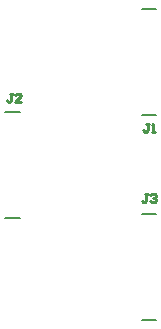
<source format=gto>
G04*
G04 #@! TF.GenerationSoftware,Altium Limited,Altium Designer,25.6.2 (33)*
G04*
G04 Layer_Color=65535*
%FSLAX44Y44*%
%MOMM*%
G71*
G04*
G04 #@! TF.SameCoordinates,9BB86C1C-490A-4274-8EA7-9D778CBDAB0B*
G04*
G04*
G04 #@! TF.FilePolarity,Positive*
G04*
G01*
G75*
%ADD10C,0.2000*%
%ADD11C,0.2540*%
D10*
X410270Y383770D02*
X422770D01*
X410270Y294370D02*
X422770D01*
X410270Y557470D02*
X422770D01*
X410270Y468070D02*
X422770D01*
X294670Y380730D02*
X307170D01*
X294670Y470130D02*
X307170D01*
D11*
X415394Y401009D02*
X413061D01*
X414227D01*
Y395177D01*
X413061Y394011D01*
X411895D01*
X410728Y395177D01*
X417726Y399843D02*
X418893Y401009D01*
X421225D01*
X422392Y399843D01*
Y398676D01*
X421225Y397510D01*
X420059D01*
X421225D01*
X422392Y396344D01*
Y395177D01*
X421225Y394011D01*
X418893D01*
X417726Y395177D01*
X416560Y460699D02*
X414227D01*
X415394D01*
Y454867D01*
X414227Y453701D01*
X413061D01*
X411895Y454867D01*
X418893Y453701D02*
X421225D01*
X420059D01*
Y460699D01*
X418893Y459533D01*
X301094Y486099D02*
X298761D01*
X299927D01*
Y480267D01*
X298761Y479101D01*
X297595D01*
X296429Y480267D01*
X308092Y479101D02*
X303426D01*
X308092Y483766D01*
Y484933D01*
X306925Y486099D01*
X304593D01*
X303426Y484933D01*
M02*

</source>
